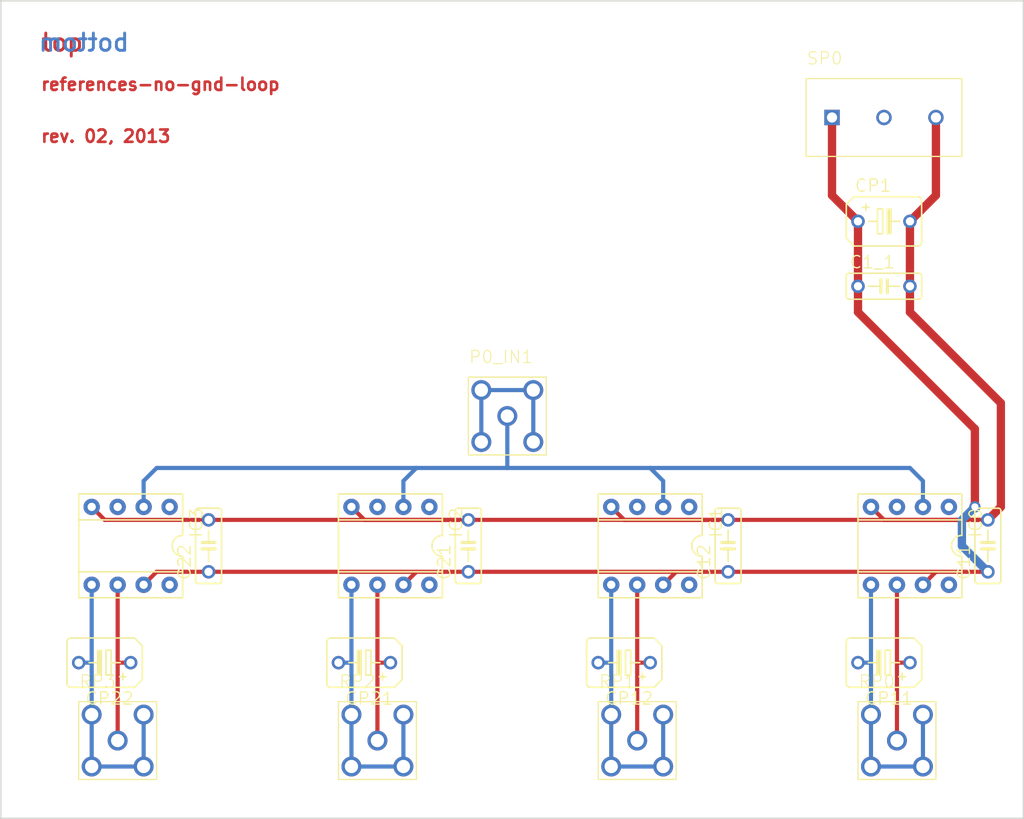
<source format=kicad_pcb>
(kicad_pcb (version 20171130) (host pcbnew 6.0.0-rc1-unknown-7a10feb~66~ubuntu14.04.1)

  (general
    (thickness 1.6)
    (drawings 9)
    (tracks 91)
    (zones 0)
    (modules 20)
    (nets 22)
  )

  (page A4)
  (layers
    (0 Top signal)
    (31 Bottom signal)
    (32 B.Adhes user)
    (33 F.Adhes user)
    (34 B.Paste user)
    (35 F.Paste user)
    (36 B.SilkS user)
    (37 F.SilkS user)
    (38 B.Mask user)
    (39 F.Mask user)
    (40 Dwgs.User user)
    (41 Cmts.User user)
    (42 Eco1.User user)
    (43 Eco2.User user)
    (44 Edge.Cuts user)
    (45 Margin user)
    (46 B.CrtYd user)
    (47 F.CrtYd user)
    (48 B.Fab user)
    (49 F.Fab user)
  )

  (setup
    (last_trace_width 0.25)
    (trace_clearance 0.2)
    (zone_clearance 0.508)
    (zone_45_only no)
    (trace_min 0.2)
    (via_size 0.8)
    (via_drill 0.4)
    (via_min_size 0.4)
    (via_min_drill 0.3)
    (uvia_size 0.3)
    (uvia_drill 0.1)
    (uvias_allowed no)
    (uvia_min_size 0.2)
    (uvia_min_drill 0.1)
    (edge_width 0.05)
    (segment_width 0.2)
    (pcb_text_width 0.3)
    (pcb_text_size 1.5 1.5)
    (mod_edge_width 0.12)
    (mod_text_size 1 1)
    (mod_text_width 0.15)
    (pad_size 1.524 1.524)
    (pad_drill 0.762)
    (pad_to_mask_clearance 0.2)
    (aux_axis_origin 0 0)
    (visible_elements FFFFFF7F)
    (pcbplotparams
      (layerselection 0x010fc_ffffffff)
      (usegerberextensions false)
      (usegerberattributes false)
      (usegerberadvancedattributes false)
      (creategerberjobfile false)
      (excludeedgelayer true)
      (linewidth 0.100000)
      (plotframeref false)
      (viasonmask false)
      (mode 1)
      (useauxorigin false)
      (hpglpennumber 1)
      (hpglpenspeed 20)
      (hpglpendiameter 15.000000)
      (psnegative false)
      (psa4output false)
      (plotreference true)
      (plotvalue true)
      (plotinvisibletext false)
      (padsonsilk false)
      (subtractmaskfromsilk false)
      (outputformat 1)
      (mirror false)
      (drillshape 1)
      (scaleselection 1)
      (outputdirectory ""))
  )

  (net 0 "")
  (net 1 +15V)
  (net 2 GND)
  (net 3 -15V)
  (net 4 "Net-(SP0-PadP$2)")
  (net 5 "Net-(IC0-Pad2)")
  (net 6 /RGND0)
  (net 7 /VOUT0)
  (net 8 /RGND1)
  (net 9 /VOUT1)
  (net 10 /RGND2)
  (net 11 /VOUT2)
  (net 12 /RGND3)
  (net 13 /VOUT3)
  (net 14 "Net-(IC0-Pad8)")
  (net 15 "Net-(IC0-Pad1)")
  (net 16 "Net-(IC1-Pad8)")
  (net 17 "Net-(IC1-Pad1)")
  (net 18 "Net-(IC2-Pad8)")
  (net 19 "Net-(IC2-Pad1)")
  (net 20 "Net-(IC3-Pad8)")
  (net 21 "Net-(IC3-Pad1)")

  (net_class Default "This is the default net class."
    (clearance 0.2)
    (trace_width 0.25)
    (via_dia 0.8)
    (via_drill 0.4)
    (uvia_dia 0.3)
    (uvia_drill 0.1)
    (add_net +15V)
    (add_net -15V)
    (add_net /RGND0)
    (add_net /RGND1)
    (add_net /RGND2)
    (add_net /RGND3)
    (add_net /VOUT0)
    (add_net /VOUT1)
    (add_net /VOUT2)
    (add_net /VOUT3)
    (add_net GND)
    (add_net "Net-(IC0-Pad1)")
    (add_net "Net-(IC0-Pad2)")
    (add_net "Net-(IC0-Pad8)")
    (add_net "Net-(IC1-Pad1)")
    (add_net "Net-(IC1-Pad8)")
    (add_net "Net-(IC2-Pad1)")
    (add_net "Net-(IC2-Pad8)")
    (add_net "Net-(IC3-Pad1)")
    (add_net "Net-(IC3-Pad8)")
    (add_net "Net-(SP0-PadP$2)")
  )

  (module references-no-gnd-loop:WAGO-3 (layer Top) (tedit 0) (tstamp 5B7C957A)
    (at 184.8611 76.4236)
    (path /8B95E7F162F13113)
    (fp_text reference SP0 (at -7.62 -5.08) (layer F.SilkS)
      (effects (font (size 1.2065 1.2065) (thickness 0.1016)) (justify left bottom))
    )
    (fp_text value WAGO-3 (at -7.62 6.35) (layer F.Fab)
      (effects (font (size 1.2065 1.2065) (thickness 0.1016)) (justify left bottom))
    )
    (fp_line (start 7.62 -3.81) (end -7.62 -3.81) (layer F.SilkS) (width 0.127))
    (fp_line (start 7.62 3.81) (end 7.62 -3.81) (layer F.SilkS) (width 0.127))
    (fp_line (start -7.62 3.81) (end 7.62 3.81) (layer F.SilkS) (width 0.127))
    (fp_line (start -7.62 -3.81) (end -7.62 3.81) (layer F.SilkS) (width 0.127))
    (pad P$3 thru_hole circle (at 5.08 0 180) (size 1.508 1.508) (drill 1) (layers *.Cu *.Mask)
      (net 3 -15V) (solder_mask_margin 0.1016))
    (pad P$1 thru_hole rect (at -5.08 0 180) (size 1.508 1.508) (drill 1) (layers *.Cu *.Mask)
      (net 1 +15V) (solder_mask_margin 0.1016))
    (pad P$2 thru_hole circle (at 0 0 180) (size 1.508 1.508) (drill 1) (layers *.Cu *.Mask)
      (net 4 "Net-(SP0-PadP$2)") (solder_mask_margin 0.1016))
  )

  (module references-no-gnd-loop:B-30 (layer Top) (tedit 0) (tstamp 5B7C9584)
    (at 148.0311 105.6336)
    (path /C8EC200DA6BFF619)
    (fp_text reference P0_IN1 (at -3.81 -5.08) (layer F.SilkS)
      (effects (font (size 1.2065 1.2065) (thickness 0.1016)) (justify left bottom))
    )
    (fp_text value SMB-50OHM (at -3.81 6.35) (layer F.Fab)
      (effects (font (size 1.2065 1.2065) (thickness 0.1016)) (justify left bottom))
    )
    (fp_line (start -3.81 3.81) (end -3.81 -3.81) (layer F.SilkS) (width 0.127))
    (fp_line (start 3.81 3.81) (end -3.81 3.81) (layer F.SilkS) (width 0.127))
    (fp_line (start 3.81 -3.81) (end 3.81 3.81) (layer F.SilkS) (width 0.127))
    (fp_line (start -3.81 -3.81) (end 3.81 -3.81) (layer F.SilkS) (width 0.127))
    (pad P$5 thru_hole circle (at 2.54 -2.54) (size 1.95 1.95) (drill 1.3) (layers *.Cu *.Mask)
      (net 2 GND) (solder_mask_margin 0.1016))
    (pad P$4 thru_hole circle (at 2.54 2.54) (size 1.95 1.95) (drill 1.3) (layers *.Cu *.Mask)
      (net 2 GND) (solder_mask_margin 0.1016))
    (pad P$3 thru_hole circle (at -2.54 2.54) (size 1.95 1.95) (drill 1.3) (layers *.Cu *.Mask)
      (net 2 GND) (solder_mask_margin 0.1016))
    (pad P$2 thru_hole circle (at -2.54 -2.54) (size 1.95 1.95) (drill 1.3) (layers *.Cu *.Mask)
      (net 2 GND) (solder_mask_margin 0.1016))
    (pad P$1 thru_hole circle (at 0 0) (size 1.95 1.95) (drill 1.3) (layers *.Cu *.Mask)
      (net 5 "Net-(IC0-Pad2)") (solder_mask_margin 0.1016))
  )

  (module references-no-gnd-loop:B-30 (layer Top) (tedit 0) (tstamp 5B7C9590)
    (at 186.1311 137.3836)
    (path /5401BC33185282E2)
    (fp_text reference RP0 (at -3.81 -5.08) (layer F.SilkS)
      (effects (font (size 1.2065 1.2065) (thickness 0.1016)) (justify left bottom))
    )
    (fp_text value SMB-50OHM (at -3.81 6.35) (layer F.Fab)
      (effects (font (size 1.2065 1.2065) (thickness 0.1016)) (justify left bottom))
    )
    (fp_line (start -3.81 3.81) (end -3.81 -3.81) (layer F.SilkS) (width 0.127))
    (fp_line (start 3.81 3.81) (end -3.81 3.81) (layer F.SilkS) (width 0.127))
    (fp_line (start 3.81 -3.81) (end 3.81 3.81) (layer F.SilkS) (width 0.127))
    (fp_line (start -3.81 -3.81) (end 3.81 -3.81) (layer F.SilkS) (width 0.127))
    (pad P$5 thru_hole circle (at 2.54 -2.54) (size 1.95 1.95) (drill 1.3) (layers *.Cu *.Mask)
      (net 6 /RGND0) (solder_mask_margin 0.1016))
    (pad P$4 thru_hole circle (at 2.54 2.54) (size 1.95 1.95) (drill 1.3) (layers *.Cu *.Mask)
      (net 6 /RGND0) (solder_mask_margin 0.1016))
    (pad P$3 thru_hole circle (at -2.54 2.54) (size 1.95 1.95) (drill 1.3) (layers *.Cu *.Mask)
      (net 6 /RGND0) (solder_mask_margin 0.1016))
    (pad P$2 thru_hole circle (at -2.54 -2.54) (size 1.95 1.95) (drill 1.3) (layers *.Cu *.Mask)
      (net 6 /RGND0) (solder_mask_margin 0.1016))
    (pad P$1 thru_hole circle (at 0 0) (size 1.95 1.95) (drill 1.3) (layers *.Cu *.Mask)
      (net 7 /VOUT0) (solder_mask_margin 0.1016))
  )

  (module references-no-gnd-loop:B-30 (layer Top) (tedit 0) (tstamp 5B7C959C)
    (at 160.7311 137.3836)
    (path /94C1C26F089DE1E)
    (fp_text reference RP1 (at -3.81 -5.08) (layer F.SilkS)
      (effects (font (size 1.2065 1.2065) (thickness 0.1016)) (justify left bottom))
    )
    (fp_text value SMB-50OHM (at -3.81 6.35) (layer F.Fab)
      (effects (font (size 1.2065 1.2065) (thickness 0.1016)) (justify left bottom))
    )
    (fp_line (start -3.81 3.81) (end -3.81 -3.81) (layer F.SilkS) (width 0.127))
    (fp_line (start 3.81 3.81) (end -3.81 3.81) (layer F.SilkS) (width 0.127))
    (fp_line (start 3.81 -3.81) (end 3.81 3.81) (layer F.SilkS) (width 0.127))
    (fp_line (start -3.81 -3.81) (end 3.81 -3.81) (layer F.SilkS) (width 0.127))
    (pad P$5 thru_hole circle (at 2.54 -2.54) (size 1.95 1.95) (drill 1.3) (layers *.Cu *.Mask)
      (net 8 /RGND1) (solder_mask_margin 0.1016))
    (pad P$4 thru_hole circle (at 2.54 2.54) (size 1.95 1.95) (drill 1.3) (layers *.Cu *.Mask)
      (net 8 /RGND1) (solder_mask_margin 0.1016))
    (pad P$3 thru_hole circle (at -2.54 2.54) (size 1.95 1.95) (drill 1.3) (layers *.Cu *.Mask)
      (net 8 /RGND1) (solder_mask_margin 0.1016))
    (pad P$2 thru_hole circle (at -2.54 -2.54) (size 1.95 1.95) (drill 1.3) (layers *.Cu *.Mask)
      (net 8 /RGND1) (solder_mask_margin 0.1016))
    (pad P$1 thru_hole circle (at 0 0) (size 1.95 1.95) (drill 1.3) (layers *.Cu *.Mask)
      (net 9 /VOUT1) (solder_mask_margin 0.1016))
  )

  (module references-no-gnd-loop:B-30 (layer Top) (tedit 0) (tstamp 5B7C95A8)
    (at 135.3311 137.3836)
    (path /D7DAC0F6FE72ECB7)
    (fp_text reference RP2 (at -3.81 -5.08) (layer F.SilkS)
      (effects (font (size 1.2065 1.2065) (thickness 0.1016)) (justify left bottom))
    )
    (fp_text value SMB-50OHM (at -3.81 6.35) (layer F.Fab)
      (effects (font (size 1.2065 1.2065) (thickness 0.1016)) (justify left bottom))
    )
    (fp_line (start -3.81 3.81) (end -3.81 -3.81) (layer F.SilkS) (width 0.127))
    (fp_line (start 3.81 3.81) (end -3.81 3.81) (layer F.SilkS) (width 0.127))
    (fp_line (start 3.81 -3.81) (end 3.81 3.81) (layer F.SilkS) (width 0.127))
    (fp_line (start -3.81 -3.81) (end 3.81 -3.81) (layer F.SilkS) (width 0.127))
    (pad P$5 thru_hole circle (at 2.54 -2.54) (size 1.95 1.95) (drill 1.3) (layers *.Cu *.Mask)
      (net 10 /RGND2) (solder_mask_margin 0.1016))
    (pad P$4 thru_hole circle (at 2.54 2.54) (size 1.95 1.95) (drill 1.3) (layers *.Cu *.Mask)
      (net 10 /RGND2) (solder_mask_margin 0.1016))
    (pad P$3 thru_hole circle (at -2.54 2.54) (size 1.95 1.95) (drill 1.3) (layers *.Cu *.Mask)
      (net 10 /RGND2) (solder_mask_margin 0.1016))
    (pad P$2 thru_hole circle (at -2.54 -2.54) (size 1.95 1.95) (drill 1.3) (layers *.Cu *.Mask)
      (net 10 /RGND2) (solder_mask_margin 0.1016))
    (pad P$1 thru_hole circle (at 0 0) (size 1.95 1.95) (drill 1.3) (layers *.Cu *.Mask)
      (net 11 /VOUT2) (solder_mask_margin 0.1016))
  )

  (module references-no-gnd-loop:B-30 (layer Top) (tedit 0) (tstamp 5B7C95B4)
    (at 109.9311 137.3836)
    (path /300BC0A7A4A0BFB9)
    (fp_text reference RP3 (at -3.81 -5.08) (layer F.SilkS)
      (effects (font (size 1.2065 1.2065) (thickness 0.1016)) (justify left bottom))
    )
    (fp_text value SMB-50OHM (at -3.81 6.35) (layer F.Fab)
      (effects (font (size 1.2065 1.2065) (thickness 0.1016)) (justify left bottom))
    )
    (fp_line (start -3.81 3.81) (end -3.81 -3.81) (layer F.SilkS) (width 0.127))
    (fp_line (start 3.81 3.81) (end -3.81 3.81) (layer F.SilkS) (width 0.127))
    (fp_line (start 3.81 -3.81) (end 3.81 3.81) (layer F.SilkS) (width 0.127))
    (fp_line (start -3.81 -3.81) (end 3.81 -3.81) (layer F.SilkS) (width 0.127))
    (pad P$5 thru_hole circle (at 2.54 -2.54) (size 1.95 1.95) (drill 1.3) (layers *.Cu *.Mask)
      (net 12 /RGND3) (solder_mask_margin 0.1016))
    (pad P$4 thru_hole circle (at 2.54 2.54) (size 1.95 1.95) (drill 1.3) (layers *.Cu *.Mask)
      (net 12 /RGND3) (solder_mask_margin 0.1016))
    (pad P$3 thru_hole circle (at -2.54 2.54) (size 1.95 1.95) (drill 1.3) (layers *.Cu *.Mask)
      (net 12 /RGND3) (solder_mask_margin 0.1016))
    (pad P$2 thru_hole circle (at -2.54 -2.54) (size 1.95 1.95) (drill 1.3) (layers *.Cu *.Mask)
      (net 12 /RGND3) (solder_mask_margin 0.1016))
    (pad P$1 thru_hole circle (at 0 0) (size 1.95 1.95) (drill 1.3) (layers *.Cu *.Mask)
      (net 13 /VOUT3) (solder_mask_margin 0.1016))
  )

  (module references-no-gnd-loop:B45181B (layer Top) (tedit 0) (tstamp 5B7C95C0)
    (at 184.8611 86.5836)
    (descr "<b>ELECTROLYTIC CAPACITOR</b><p>\nbody 7.6 x 5 mm, rectangle, grid 5.08 mm")
    (path /628E0C645BBBACCB)
    (fp_text reference CP1 (at -2.921 -2.794) (layer F.SilkS)
      (effects (font (size 1.2065 1.2065) (thickness 0.127)) (justify left bottom))
    )
    (fp_text value 10uF (at 4.191 1.651) (layer F.Fab)
      (effects (font (size 1.2065 1.2065) (thickness 0.127)) (justify left bottom))
    )
    (fp_poly (pts (xy 0.254 1.27) (xy 0.762 1.27) (xy 0.762 -1.27) (xy 0.254 -1.27)) (layer F.SilkS) (width 0))
    (fp_arc (start 3.302 2.032) (end 3.302 2.413) (angle -90) (layer F.SilkS) (width 0.1524))
    (fp_arc (start 3.302 -2.032) (end 3.302 -2.413) (angle 90) (layer F.SilkS) (width 0.1524))
    (fp_line (start -3.683 -1.651) (end -3.683 1.651) (layer F.SilkS) (width 0.1524))
    (fp_line (start -2.921 2.413) (end -3.683 1.651) (layer F.SilkS) (width 0.1524))
    (fp_line (start 0.635 0) (end 1.524 0) (layer F.SilkS) (width 0.1524))
    (fp_line (start -0.635 -1.2192) (end -0.635 0) (layer F.SilkS) (width 0.1524))
    (fp_line (start -0.127 -1.2192) (end -0.635 -1.2192) (layer F.SilkS) (width 0.1524))
    (fp_line (start -0.127 1.2192) (end -0.127 -1.2192) (layer F.SilkS) (width 0.1524))
    (fp_line (start -0.635 1.2192) (end -0.127 1.2192) (layer F.SilkS) (width 0.1524))
    (fp_line (start -0.635 0) (end -0.635 1.2192) (layer F.SilkS) (width 0.1524))
    (fp_line (start -1.524 0) (end -0.635 0) (layer F.SilkS) (width 0.1524))
    (fp_line (start -1.4478 -1.3716) (end -2.1082 -1.3716) (layer F.SilkS) (width 0.1524))
    (fp_line (start -1.778 -1.6764) (end -1.778 -1.0414) (layer F.SilkS) (width 0.1524))
    (fp_line (start -3.683 -1.651) (end -2.921 -2.413) (layer F.SilkS) (width 0.1524))
    (fp_line (start -2.921 2.413) (end 3.302 2.413) (layer F.SilkS) (width 0.1524))
    (fp_line (start 3.683 -2.032) (end 3.683 2.032) (layer F.SilkS) (width 0.1524))
    (fp_line (start 3.302 -2.413) (end -2.921 -2.413) (layer F.SilkS) (width 0.1524))
    (pad - thru_hole circle (at 2.54 0) (size 1.3208 1.3208) (drill 0.8128) (layers *.Cu *.Mask)
      (net 3 -15V) (solder_mask_margin 0.1016))
    (pad + thru_hole circle (at -2.54 0) (size 1.3208 1.3208) (drill 0.8128) (layers *.Cu *.Mask)
      (net 1 +15V) (solder_mask_margin 0.1016))
  )

  (module references-no-gnd-loop:B45181B (layer Top) (tedit 0) (tstamp 5B7C95D7)
    (at 184.8611 129.7636 180)
    (descr "<b>ELECTROLYTIC CAPACITOR</b><p>\nbody 7.6 x 5 mm, rectangle, grid 5.08 mm")
    (path /4B111BFDE479D191)
    (fp_text reference CP11 (at -2.921 -2.794 180) (layer F.SilkS)
      (effects (font (size 1.2065 1.2065) (thickness 0.127)) (justify right top))
    )
    (fp_text value 2.2uF (at 4.191 1.651 180) (layer F.Fab)
      (effects (font (size 1.2065 1.2065) (thickness 0.127)) (justify right top))
    )
    (fp_poly (pts (xy 0.254 1.27) (xy 0.762 1.27) (xy 0.762 -1.27) (xy 0.254 -1.27)) (layer F.SilkS) (width 0))
    (fp_arc (start 3.302 2.032) (end 3.302 2.413) (angle -90) (layer F.SilkS) (width 0.1524))
    (fp_arc (start 3.302 -2.032) (end 3.302 -2.413) (angle 90) (layer F.SilkS) (width 0.1524))
    (fp_line (start -3.683 -1.651) (end -3.683 1.651) (layer F.SilkS) (width 0.1524))
    (fp_line (start -2.921 2.413) (end -3.683 1.651) (layer F.SilkS) (width 0.1524))
    (fp_line (start 0.635 0) (end 1.524 0) (layer F.SilkS) (width 0.1524))
    (fp_line (start -0.635 -1.2192) (end -0.635 0) (layer F.SilkS) (width 0.1524))
    (fp_line (start -0.127 -1.2192) (end -0.635 -1.2192) (layer F.SilkS) (width 0.1524))
    (fp_line (start -0.127 1.2192) (end -0.127 -1.2192) (layer F.SilkS) (width 0.1524))
    (fp_line (start -0.635 1.2192) (end -0.127 1.2192) (layer F.SilkS) (width 0.1524))
    (fp_line (start -0.635 0) (end -0.635 1.2192) (layer F.SilkS) (width 0.1524))
    (fp_line (start -1.524 0) (end -0.635 0) (layer F.SilkS) (width 0.1524))
    (fp_line (start -1.4478 -1.3716) (end -2.1082 -1.3716) (layer F.SilkS) (width 0.1524))
    (fp_line (start -1.778 -1.6764) (end -1.778 -1.0414) (layer F.SilkS) (width 0.1524))
    (fp_line (start -3.683 -1.651) (end -2.921 -2.413) (layer F.SilkS) (width 0.1524))
    (fp_line (start -2.921 2.413) (end 3.302 2.413) (layer F.SilkS) (width 0.1524))
    (fp_line (start 3.683 -2.032) (end 3.683 2.032) (layer F.SilkS) (width 0.1524))
    (fp_line (start 3.302 -2.413) (end -2.921 -2.413) (layer F.SilkS) (width 0.1524))
    (pad - thru_hole circle (at 2.54 0 180) (size 1.3208 1.3208) (drill 0.8128) (layers *.Cu *.Mask)
      (net 6 /RGND0) (solder_mask_margin 0.1016))
    (pad + thru_hole circle (at -2.54 0 180) (size 1.3208 1.3208) (drill 0.8128) (layers *.Cu *.Mask)
      (net 7 /VOUT0) (solder_mask_margin 0.1016))
  )

  (module references-no-gnd-loop:C050-025X075 (layer Top) (tedit 0) (tstamp 5B7C95EE)
    (at 184.8611 92.9336)
    (descr "<b>CAPACITOR</b><p>\ngrid 5 mm, outline 2.5 x 7.5 mm")
    (path /4073926D4626B8E)
    (fp_text reference C1_1 (at -3.429 -1.651) (layer F.SilkS)
      (effects (font (size 1.2065 1.2065) (thickness 0.127)) (justify left bottom))
    )
    (fp_text value 100nF (at -3.429 2.794) (layer F.Fab)
      (effects (font (size 1.2065 1.2065) (thickness 0.127)) (justify left bottom))
    )
    (fp_arc (start -3.429 -1.016) (end -3.683 -1.016) (angle 90) (layer F.SilkS) (width 0.1524))
    (fp_arc (start -3.429 1.016) (end -3.683 1.016) (angle -90) (layer F.SilkS) (width 0.1524))
    (fp_arc (start 3.429 1.016) (end 3.429 1.27) (angle -90) (layer F.SilkS) (width 0.1524))
    (fp_arc (start 3.429 -1.016) (end 3.429 -1.27) (angle 90) (layer F.SilkS) (width 0.1524))
    (fp_line (start 3.429 -1.27) (end -3.429 -1.27) (layer F.SilkS) (width 0.1524))
    (fp_line (start 3.683 1.016) (end 3.683 -1.016) (layer F.SilkS) (width 0.1524))
    (fp_line (start -3.429 1.27) (end 3.429 1.27) (layer F.SilkS) (width 0.1524))
    (fp_line (start -3.683 -1.016) (end -3.683 1.016) (layer F.SilkS) (width 0.1524))
    (fp_line (start 0.3302 0) (end 1.524 0) (layer F.SilkS) (width 0.1524))
    (fp_line (start 0.3302 0) (end 0.3302 0.635) (layer F.SilkS) (width 0.3048))
    (fp_line (start 0.3302 -0.635) (end 0.3302 0) (layer F.SilkS) (width 0.3048))
    (fp_line (start -0.3048 0) (end -1.524 0) (layer F.SilkS) (width 0.1524))
    (fp_line (start -0.3048 0) (end -0.3048 0.635) (layer F.SilkS) (width 0.3048))
    (fp_line (start -0.3048 -0.635) (end -0.3048 0) (layer F.SilkS) (width 0.3048))
    (pad 2 thru_hole circle (at 2.54 0) (size 1.3208 1.3208) (drill 0.8128) (layers *.Cu *.Mask)
      (net 3 -15V) (solder_mask_margin 0.1016))
    (pad 1 thru_hole circle (at -2.54 0) (size 1.3208 1.3208) (drill 0.8128) (layers *.Cu *.Mask)
      (net 1 +15V) (solder_mask_margin 0.1016))
  )

  (module references-no-gnd-loop:C050-025X075 (layer Top) (tedit 0) (tstamp 5B7C9601)
    (at 195.0211 118.3336 90)
    (descr "<b>CAPACITOR</b><p>\ngrid 5 mm, outline 2.5 x 7.5 mm")
    (path /7CF953C646744172)
    (fp_text reference C11 (at -3.429 -1.651 90) (layer F.SilkS)
      (effects (font (size 1.2065 1.2065) (thickness 0.127)) (justify left bottom))
    )
    (fp_text value 100nF (at -3.429 2.794 90) (layer F.Fab)
      (effects (font (size 1.2065 1.2065) (thickness 0.127)) (justify left bottom))
    )
    (fp_arc (start -3.429 -1.016) (end -3.683 -1.016) (angle 90) (layer F.SilkS) (width 0.1524))
    (fp_arc (start -3.429 1.016) (end -3.683 1.016) (angle -90) (layer F.SilkS) (width 0.1524))
    (fp_arc (start 3.429 1.016) (end 3.429 1.27) (angle -90) (layer F.SilkS) (width 0.1524))
    (fp_arc (start 3.429 -1.016) (end 3.429 -1.27) (angle 90) (layer F.SilkS) (width 0.1524))
    (fp_line (start 3.429 -1.27) (end -3.429 -1.27) (layer F.SilkS) (width 0.1524))
    (fp_line (start 3.683 1.016) (end 3.683 -1.016) (layer F.SilkS) (width 0.1524))
    (fp_line (start -3.429 1.27) (end 3.429 1.27) (layer F.SilkS) (width 0.1524))
    (fp_line (start -3.683 -1.016) (end -3.683 1.016) (layer F.SilkS) (width 0.1524))
    (fp_line (start 0.3302 0) (end 1.524 0) (layer F.SilkS) (width 0.1524))
    (fp_line (start 0.3302 0) (end 0.3302 0.635) (layer F.SilkS) (width 0.3048))
    (fp_line (start 0.3302 -0.635) (end 0.3302 0) (layer F.SilkS) (width 0.3048))
    (fp_line (start -0.3048 0) (end -1.524 0) (layer F.SilkS) (width 0.1524))
    (fp_line (start -0.3048 0) (end -0.3048 0.635) (layer F.SilkS) (width 0.3048))
    (fp_line (start -0.3048 -0.635) (end -0.3048 0) (layer F.SilkS) (width 0.3048))
    (pad 2 thru_hole circle (at 2.54 0 90) (size 1.3208 1.3208) (drill 0.8128) (layers *.Cu *.Mask)
      (net 3 -15V) (solder_mask_margin 0.1016))
    (pad 1 thru_hole circle (at -2.54 0 90) (size 1.3208 1.3208) (drill 0.8128) (layers *.Cu *.Mask)
      (net 1 +15V) (solder_mask_margin 0.1016))
  )

  (module references-no-gnd-loop:C050-025X075 (layer Top) (tedit 0) (tstamp 5B7C9614)
    (at 144.2211 118.3336 90)
    (descr "<b>CAPACITOR</b><p>\ngrid 5 mm, outline 2.5 x 7.5 mm")
    (path /BCE1B0F116E29A2C)
    (fp_text reference C21 (at -3.429 -1.651 90) (layer F.SilkS)
      (effects (font (size 1.2065 1.2065) (thickness 0.127)) (justify left bottom))
    )
    (fp_text value 100nF (at -3.429 2.794 90) (layer F.Fab)
      (effects (font (size 1.2065 1.2065) (thickness 0.127)) (justify left bottom))
    )
    (fp_arc (start -3.429 -1.016) (end -3.683 -1.016) (angle 90) (layer F.SilkS) (width 0.1524))
    (fp_arc (start -3.429 1.016) (end -3.683 1.016) (angle -90) (layer F.SilkS) (width 0.1524))
    (fp_arc (start 3.429 1.016) (end 3.429 1.27) (angle -90) (layer F.SilkS) (width 0.1524))
    (fp_arc (start 3.429 -1.016) (end 3.429 -1.27) (angle 90) (layer F.SilkS) (width 0.1524))
    (fp_line (start 3.429 -1.27) (end -3.429 -1.27) (layer F.SilkS) (width 0.1524))
    (fp_line (start 3.683 1.016) (end 3.683 -1.016) (layer F.SilkS) (width 0.1524))
    (fp_line (start -3.429 1.27) (end 3.429 1.27) (layer F.SilkS) (width 0.1524))
    (fp_line (start -3.683 -1.016) (end -3.683 1.016) (layer F.SilkS) (width 0.1524))
    (fp_line (start 0.3302 0) (end 1.524 0) (layer F.SilkS) (width 0.1524))
    (fp_line (start 0.3302 0) (end 0.3302 0.635) (layer F.SilkS) (width 0.3048))
    (fp_line (start 0.3302 -0.635) (end 0.3302 0) (layer F.SilkS) (width 0.3048))
    (fp_line (start -0.3048 0) (end -1.524 0) (layer F.SilkS) (width 0.1524))
    (fp_line (start -0.3048 0) (end -0.3048 0.635) (layer F.SilkS) (width 0.3048))
    (fp_line (start -0.3048 -0.635) (end -0.3048 0) (layer F.SilkS) (width 0.3048))
    (pad 2 thru_hole circle (at 2.54 0 90) (size 1.3208 1.3208) (drill 0.8128) (layers *.Cu *.Mask)
      (net 3 -15V) (solder_mask_margin 0.1016))
    (pad 1 thru_hole circle (at -2.54 0 90) (size 1.3208 1.3208) (drill 0.8128) (layers *.Cu *.Mask)
      (net 1 +15V) (solder_mask_margin 0.1016))
  )

  (module references-no-gnd-loop:B45181B (layer Top) (tedit 0) (tstamp 5B7C9627)
    (at 159.4611 129.7636 180)
    (descr "<b>ELECTROLYTIC CAPACITOR</b><p>\nbody 7.6 x 5 mm, rectangle, grid 5.08 mm")
    (path /6600A97A13210B4F)
    (fp_text reference CP12 (at -2.921 -2.794 180) (layer F.SilkS)
      (effects (font (size 1.2065 1.2065) (thickness 0.127)) (justify right top))
    )
    (fp_text value 2.2uF (at 4.191 1.651 180) (layer F.Fab)
      (effects (font (size 1.2065 1.2065) (thickness 0.127)) (justify right top))
    )
    (fp_poly (pts (xy 0.254 1.27) (xy 0.762 1.27) (xy 0.762 -1.27) (xy 0.254 -1.27)) (layer F.SilkS) (width 0))
    (fp_arc (start 3.302 2.032) (end 3.302 2.413) (angle -90) (layer F.SilkS) (width 0.1524))
    (fp_arc (start 3.302 -2.032) (end 3.302 -2.413) (angle 90) (layer F.SilkS) (width 0.1524))
    (fp_line (start -3.683 -1.651) (end -3.683 1.651) (layer F.SilkS) (width 0.1524))
    (fp_line (start -2.921 2.413) (end -3.683 1.651) (layer F.SilkS) (width 0.1524))
    (fp_line (start 0.635 0) (end 1.524 0) (layer F.SilkS) (width 0.1524))
    (fp_line (start -0.635 -1.2192) (end -0.635 0) (layer F.SilkS) (width 0.1524))
    (fp_line (start -0.127 -1.2192) (end -0.635 -1.2192) (layer F.SilkS) (width 0.1524))
    (fp_line (start -0.127 1.2192) (end -0.127 -1.2192) (layer F.SilkS) (width 0.1524))
    (fp_line (start -0.635 1.2192) (end -0.127 1.2192) (layer F.SilkS) (width 0.1524))
    (fp_line (start -0.635 0) (end -0.635 1.2192) (layer F.SilkS) (width 0.1524))
    (fp_line (start -1.524 0) (end -0.635 0) (layer F.SilkS) (width 0.1524))
    (fp_line (start -1.4478 -1.3716) (end -2.1082 -1.3716) (layer F.SilkS) (width 0.1524))
    (fp_line (start -1.778 -1.6764) (end -1.778 -1.0414) (layer F.SilkS) (width 0.1524))
    (fp_line (start -3.683 -1.651) (end -2.921 -2.413) (layer F.SilkS) (width 0.1524))
    (fp_line (start -2.921 2.413) (end 3.302 2.413) (layer F.SilkS) (width 0.1524))
    (fp_line (start 3.683 -2.032) (end 3.683 2.032) (layer F.SilkS) (width 0.1524))
    (fp_line (start 3.302 -2.413) (end -2.921 -2.413) (layer F.SilkS) (width 0.1524))
    (pad - thru_hole circle (at 2.54 0 180) (size 1.3208 1.3208) (drill 0.8128) (layers *.Cu *.Mask)
      (net 8 /RGND1) (solder_mask_margin 0.1016))
    (pad + thru_hole circle (at -2.54 0 180) (size 1.3208 1.3208) (drill 0.8128) (layers *.Cu *.Mask)
      (net 9 /VOUT1) (solder_mask_margin 0.1016))
  )

  (module references-no-gnd-loop:B45181B (layer Top) (tedit 0) (tstamp 5B7C963E)
    (at 134.0611 129.7636 180)
    (descr "<b>ELECTROLYTIC CAPACITOR</b><p>\nbody 7.6 x 5 mm, rectangle, grid 5.08 mm")
    (path /2BB4B3DB22708DE8)
    (fp_text reference CP21 (at -2.921 -2.794 180) (layer F.SilkS)
      (effects (font (size 1.2065 1.2065) (thickness 0.127)) (justify right top))
    )
    (fp_text value 2.2uF (at 4.191 1.651 180) (layer F.Fab)
      (effects (font (size 1.2065 1.2065) (thickness 0.127)) (justify right top))
    )
    (fp_poly (pts (xy 0.254 1.27) (xy 0.762 1.27) (xy 0.762 -1.27) (xy 0.254 -1.27)) (layer F.SilkS) (width 0))
    (fp_arc (start 3.302 2.032) (end 3.302 2.413) (angle -90) (layer F.SilkS) (width 0.1524))
    (fp_arc (start 3.302 -2.032) (end 3.302 -2.413) (angle 90) (layer F.SilkS) (width 0.1524))
    (fp_line (start -3.683 -1.651) (end -3.683 1.651) (layer F.SilkS) (width 0.1524))
    (fp_line (start -2.921 2.413) (end -3.683 1.651) (layer F.SilkS) (width 0.1524))
    (fp_line (start 0.635 0) (end 1.524 0) (layer F.SilkS) (width 0.1524))
    (fp_line (start -0.635 -1.2192) (end -0.635 0) (layer F.SilkS) (width 0.1524))
    (fp_line (start -0.127 -1.2192) (end -0.635 -1.2192) (layer F.SilkS) (width 0.1524))
    (fp_line (start -0.127 1.2192) (end -0.127 -1.2192) (layer F.SilkS) (width 0.1524))
    (fp_line (start -0.635 1.2192) (end -0.127 1.2192) (layer F.SilkS) (width 0.1524))
    (fp_line (start -0.635 0) (end -0.635 1.2192) (layer F.SilkS) (width 0.1524))
    (fp_line (start -1.524 0) (end -0.635 0) (layer F.SilkS) (width 0.1524))
    (fp_line (start -1.4478 -1.3716) (end -2.1082 -1.3716) (layer F.SilkS) (width 0.1524))
    (fp_line (start -1.778 -1.6764) (end -1.778 -1.0414) (layer F.SilkS) (width 0.1524))
    (fp_line (start -3.683 -1.651) (end -2.921 -2.413) (layer F.SilkS) (width 0.1524))
    (fp_line (start -2.921 2.413) (end 3.302 2.413) (layer F.SilkS) (width 0.1524))
    (fp_line (start 3.683 -2.032) (end 3.683 2.032) (layer F.SilkS) (width 0.1524))
    (fp_line (start 3.302 -2.413) (end -2.921 -2.413) (layer F.SilkS) (width 0.1524))
    (pad - thru_hole circle (at 2.54 0 180) (size 1.3208 1.3208) (drill 0.8128) (layers *.Cu *.Mask)
      (net 10 /RGND2) (solder_mask_margin 0.1016))
    (pad + thru_hole circle (at -2.54 0 180) (size 1.3208 1.3208) (drill 0.8128) (layers *.Cu *.Mask)
      (net 11 /VOUT2) (solder_mask_margin 0.1016))
  )

  (module references-no-gnd-loop:B45181B (layer Top) (tedit 0) (tstamp 5B7C9655)
    (at 108.6611 129.7636 180)
    (descr "<b>ELECTROLYTIC CAPACITOR</b><p>\nbody 7.6 x 5 mm, rectangle, grid 5.08 mm")
    (path /B500EE3003FF3C0)
    (fp_text reference CP22 (at -2.921 -2.794 180) (layer F.SilkS)
      (effects (font (size 1.2065 1.2065) (thickness 0.127)) (justify right top))
    )
    (fp_text value 2.2uF (at 4.191 1.651 180) (layer F.Fab)
      (effects (font (size 1.2065 1.2065) (thickness 0.127)) (justify right top))
    )
    (fp_poly (pts (xy 0.254 1.27) (xy 0.762 1.27) (xy 0.762 -1.27) (xy 0.254 -1.27)) (layer F.SilkS) (width 0))
    (fp_arc (start 3.302 2.032) (end 3.302 2.413) (angle -90) (layer F.SilkS) (width 0.1524))
    (fp_arc (start 3.302 -2.032) (end 3.302 -2.413) (angle 90) (layer F.SilkS) (width 0.1524))
    (fp_line (start -3.683 -1.651) (end -3.683 1.651) (layer F.SilkS) (width 0.1524))
    (fp_line (start -2.921 2.413) (end -3.683 1.651) (layer F.SilkS) (width 0.1524))
    (fp_line (start 0.635 0) (end 1.524 0) (layer F.SilkS) (width 0.1524))
    (fp_line (start -0.635 -1.2192) (end -0.635 0) (layer F.SilkS) (width 0.1524))
    (fp_line (start -0.127 -1.2192) (end -0.635 -1.2192) (layer F.SilkS) (width 0.1524))
    (fp_line (start -0.127 1.2192) (end -0.127 -1.2192) (layer F.SilkS) (width 0.1524))
    (fp_line (start -0.635 1.2192) (end -0.127 1.2192) (layer F.SilkS) (width 0.1524))
    (fp_line (start -0.635 0) (end -0.635 1.2192) (layer F.SilkS) (width 0.1524))
    (fp_line (start -1.524 0) (end -0.635 0) (layer F.SilkS) (width 0.1524))
    (fp_line (start -1.4478 -1.3716) (end -2.1082 -1.3716) (layer F.SilkS) (width 0.1524))
    (fp_line (start -1.778 -1.6764) (end -1.778 -1.0414) (layer F.SilkS) (width 0.1524))
    (fp_line (start -3.683 -1.651) (end -2.921 -2.413) (layer F.SilkS) (width 0.1524))
    (fp_line (start -2.921 2.413) (end 3.302 2.413) (layer F.SilkS) (width 0.1524))
    (fp_line (start 3.683 -2.032) (end 3.683 2.032) (layer F.SilkS) (width 0.1524))
    (fp_line (start 3.302 -2.413) (end -2.921 -2.413) (layer F.SilkS) (width 0.1524))
    (pad - thru_hole circle (at 2.54 0 180) (size 1.3208 1.3208) (drill 0.8128) (layers *.Cu *.Mask)
      (net 12 /RGND3) (solder_mask_margin 0.1016))
    (pad + thru_hole circle (at -2.54 0 180) (size 1.3208 1.3208) (drill 0.8128) (layers *.Cu *.Mask)
      (net 13 /VOUT3) (solder_mask_margin 0.1016))
  )

  (module references-no-gnd-loop:DIL08 (layer Top) (tedit 0) (tstamp 5B7C966C)
    (at 187.4011 118.3336 180)
    (descr "<b>Dual In Line</b>")
    (path /82E6F4E43AA2715)
    (fp_text reference IC0 (at -5.715 3.81 270) (layer F.SilkS)
      (effects (font (size 1.2065 1.2065) (thickness 0.127)) (justify right top))
    )
    (fp_text value INA118P (at -3.175 0.635 180) (layer F.Fab)
      (effects (font (size 1.2065 1.2065) (thickness 0.127)) (justify right top))
    )
    (fp_line (start 5.08 2.54) (end 5.08 5.08) (layer F.SilkS) (width 0.1524))
    (fp_line (start -5.08 2.54) (end -5.08 1.016) (layer F.SilkS) (width 0.1524))
    (fp_line (start -5.08 2.54) (end 5.08 2.54) (layer F.SilkS) (width 0.1524))
    (fp_line (start 5.08 -2.54) (end 5.08 2.54) (layer F.SilkS) (width 0.1524))
    (fp_line (start -5.08 -2.54) (end -5.08 -1.016) (layer F.SilkS) (width 0.1524))
    (fp_line (start -5.08 -2.54) (end 5.08 -2.54) (layer F.SilkS) (width 0.1524))
    (fp_arc (start -5.08 0) (end -5.08 -1.016) (angle 180) (layer F.SilkS) (width 0.1524))
    (fp_line (start -5.08 5.08) (end -5.08 2.54) (layer F.SilkS) (width 0.1524))
    (fp_line (start -5.08 -5.08) (end -5.08 -2.54) (layer F.SilkS) (width 0.1524))
    (fp_line (start 5.08 -5.08) (end 5.08 -2.54) (layer F.SilkS) (width 0.1524))
    (fp_line (start -5.08 5.08) (end 5.08 5.08) (layer F.SilkS) (width 0.1524))
    (fp_line (start 5.08 -5.08) (end -5.08 -5.08) (layer F.SilkS) (width 0.1524))
    (pad 8 thru_hole circle (at -3.81 -3.81 180) (size 1.6002 1.6002) (drill 0.8128) (layers *.Cu *.Mask)
      (net 14 "Net-(IC0-Pad8)") (solder_mask_margin 0.1016))
    (pad 7 thru_hole circle (at -1.27 -3.81 180) (size 1.6002 1.6002) (drill 0.8128) (layers *.Cu *.Mask)
      (net 1 +15V) (solder_mask_margin 0.1016))
    (pad 4 thru_hole circle (at 3.81 3.81 180) (size 1.6002 1.6002) (drill 0.8128) (layers *.Cu *.Mask)
      (net 3 -15V) (solder_mask_margin 0.1016))
    (pad 3 thru_hole circle (at 1.27 3.81 180) (size 1.6002 1.6002) (drill 0.8128) (layers *.Cu *.Mask)
      (net 2 GND) (solder_mask_margin 0.1016))
    (pad 6 thru_hole circle (at 1.27 -3.81 180) (size 1.6002 1.6002) (drill 0.8128) (layers *.Cu *.Mask)
      (net 7 /VOUT0) (solder_mask_margin 0.1016))
    (pad 5 thru_hole circle (at 3.81 -3.81 180) (size 1.6002 1.6002) (drill 0.8128) (layers *.Cu *.Mask)
      (net 6 /RGND0) (solder_mask_margin 0.1016))
    (pad 2 thru_hole circle (at -1.27 3.81 180) (size 1.6002 1.6002) (drill 0.8128) (layers *.Cu *.Mask)
      (net 5 "Net-(IC0-Pad2)") (solder_mask_margin 0.1016))
    (pad 1 thru_hole circle (at -3.81 3.81 180) (size 1.6002 1.6002) (drill 0.8128) (layers *.Cu *.Mask)
      (net 15 "Net-(IC0-Pad1)") (solder_mask_margin 0.1016))
  )

  (module references-no-gnd-loop:DIL08 (layer Top) (tedit 0) (tstamp 5B7C9683)
    (at 162.0011 118.3336 180)
    (descr "<b>Dual In Line</b>")
    (path /7C8C299E06F92037)
    (fp_text reference IC1 (at -5.715 3.81 270) (layer F.SilkS)
      (effects (font (size 1.2065 1.2065) (thickness 0.127)) (justify right top))
    )
    (fp_text value INA118P (at -3.175 0.635 180) (layer F.Fab)
      (effects (font (size 1.2065 1.2065) (thickness 0.127)) (justify right top))
    )
    (fp_line (start 5.08 2.54) (end 5.08 5.08) (layer F.SilkS) (width 0.1524))
    (fp_line (start -5.08 2.54) (end -5.08 1.016) (layer F.SilkS) (width 0.1524))
    (fp_line (start -5.08 2.54) (end 5.08 2.54) (layer F.SilkS) (width 0.1524))
    (fp_line (start 5.08 -2.54) (end 5.08 2.54) (layer F.SilkS) (width 0.1524))
    (fp_line (start -5.08 -2.54) (end -5.08 -1.016) (layer F.SilkS) (width 0.1524))
    (fp_line (start -5.08 -2.54) (end 5.08 -2.54) (layer F.SilkS) (width 0.1524))
    (fp_arc (start -5.08 0) (end -5.08 -1.016) (angle 180) (layer F.SilkS) (width 0.1524))
    (fp_line (start -5.08 5.08) (end -5.08 2.54) (layer F.SilkS) (width 0.1524))
    (fp_line (start -5.08 -5.08) (end -5.08 -2.54) (layer F.SilkS) (width 0.1524))
    (fp_line (start 5.08 -5.08) (end 5.08 -2.54) (layer F.SilkS) (width 0.1524))
    (fp_line (start -5.08 5.08) (end 5.08 5.08) (layer F.SilkS) (width 0.1524))
    (fp_line (start 5.08 -5.08) (end -5.08 -5.08) (layer F.SilkS) (width 0.1524))
    (pad 8 thru_hole circle (at -3.81 -3.81 180) (size 1.6002 1.6002) (drill 0.8128) (layers *.Cu *.Mask)
      (net 16 "Net-(IC1-Pad8)") (solder_mask_margin 0.1016))
    (pad 7 thru_hole circle (at -1.27 -3.81 180) (size 1.6002 1.6002) (drill 0.8128) (layers *.Cu *.Mask)
      (net 1 +15V) (solder_mask_margin 0.1016))
    (pad 4 thru_hole circle (at 3.81 3.81 180) (size 1.6002 1.6002) (drill 0.8128) (layers *.Cu *.Mask)
      (net 3 -15V) (solder_mask_margin 0.1016))
    (pad 3 thru_hole circle (at 1.27 3.81 180) (size 1.6002 1.6002) (drill 0.8128) (layers *.Cu *.Mask)
      (net 2 GND) (solder_mask_margin 0.1016))
    (pad 6 thru_hole circle (at 1.27 -3.81 180) (size 1.6002 1.6002) (drill 0.8128) (layers *.Cu *.Mask)
      (net 9 /VOUT1) (solder_mask_margin 0.1016))
    (pad 5 thru_hole circle (at 3.81 -3.81 180) (size 1.6002 1.6002) (drill 0.8128) (layers *.Cu *.Mask)
      (net 8 /RGND1) (solder_mask_margin 0.1016))
    (pad 2 thru_hole circle (at -1.27 3.81 180) (size 1.6002 1.6002) (drill 0.8128) (layers *.Cu *.Mask)
      (net 5 "Net-(IC0-Pad2)") (solder_mask_margin 0.1016))
    (pad 1 thru_hole circle (at -3.81 3.81 180) (size 1.6002 1.6002) (drill 0.8128) (layers *.Cu *.Mask)
      (net 17 "Net-(IC1-Pad1)") (solder_mask_margin 0.1016))
  )

  (module references-no-gnd-loop:DIL08 (layer Top) (tedit 0) (tstamp 5B7C969A)
    (at 136.6011 118.3336 180)
    (descr "<b>Dual In Line</b>")
    (path /53D52AEB541775CA)
    (fp_text reference IC2 (at -5.715 3.81 270) (layer F.SilkS)
      (effects (font (size 1.2065 1.2065) (thickness 0.127)) (justify right top))
    )
    (fp_text value INA118P (at -3.175 0.635 180) (layer F.Fab)
      (effects (font (size 1.2065 1.2065) (thickness 0.127)) (justify right top))
    )
    (fp_line (start 5.08 2.54) (end 5.08 5.08) (layer F.SilkS) (width 0.1524))
    (fp_line (start -5.08 2.54) (end -5.08 1.016) (layer F.SilkS) (width 0.1524))
    (fp_line (start -5.08 2.54) (end 5.08 2.54) (layer F.SilkS) (width 0.1524))
    (fp_line (start 5.08 -2.54) (end 5.08 2.54) (layer F.SilkS) (width 0.1524))
    (fp_line (start -5.08 -2.54) (end -5.08 -1.016) (layer F.SilkS) (width 0.1524))
    (fp_line (start -5.08 -2.54) (end 5.08 -2.54) (layer F.SilkS) (width 0.1524))
    (fp_arc (start -5.08 0) (end -5.08 -1.016) (angle 180) (layer F.SilkS) (width 0.1524))
    (fp_line (start -5.08 5.08) (end -5.08 2.54) (layer F.SilkS) (width 0.1524))
    (fp_line (start -5.08 -5.08) (end -5.08 -2.54) (layer F.SilkS) (width 0.1524))
    (fp_line (start 5.08 -5.08) (end 5.08 -2.54) (layer F.SilkS) (width 0.1524))
    (fp_line (start -5.08 5.08) (end 5.08 5.08) (layer F.SilkS) (width 0.1524))
    (fp_line (start 5.08 -5.08) (end -5.08 -5.08) (layer F.SilkS) (width 0.1524))
    (pad 8 thru_hole circle (at -3.81 -3.81 180) (size 1.6002 1.6002) (drill 0.8128) (layers *.Cu *.Mask)
      (net 18 "Net-(IC2-Pad8)") (solder_mask_margin 0.1016))
    (pad 7 thru_hole circle (at -1.27 -3.81 180) (size 1.6002 1.6002) (drill 0.8128) (layers *.Cu *.Mask)
      (net 1 +15V) (solder_mask_margin 0.1016))
    (pad 4 thru_hole circle (at 3.81 3.81 180) (size 1.6002 1.6002) (drill 0.8128) (layers *.Cu *.Mask)
      (net 3 -15V) (solder_mask_margin 0.1016))
    (pad 3 thru_hole circle (at 1.27 3.81 180) (size 1.6002 1.6002) (drill 0.8128) (layers *.Cu *.Mask)
      (net 2 GND) (solder_mask_margin 0.1016))
    (pad 6 thru_hole circle (at 1.27 -3.81 180) (size 1.6002 1.6002) (drill 0.8128) (layers *.Cu *.Mask)
      (net 11 /VOUT2) (solder_mask_margin 0.1016))
    (pad 5 thru_hole circle (at 3.81 -3.81 180) (size 1.6002 1.6002) (drill 0.8128) (layers *.Cu *.Mask)
      (net 10 /RGND2) (solder_mask_margin 0.1016))
    (pad 2 thru_hole circle (at -1.27 3.81 180) (size 1.6002 1.6002) (drill 0.8128) (layers *.Cu *.Mask)
      (net 5 "Net-(IC0-Pad2)") (solder_mask_margin 0.1016))
    (pad 1 thru_hole circle (at -3.81 3.81 180) (size 1.6002 1.6002) (drill 0.8128) (layers *.Cu *.Mask)
      (net 19 "Net-(IC2-Pad1)") (solder_mask_margin 0.1016))
  )

  (module references-no-gnd-loop:DIL08 (layer Top) (tedit 0) (tstamp 5B7C96B1)
    (at 111.2011 118.3336 180)
    (descr "<b>Dual In Line</b>")
    (path /B33006915ED25CA7)
    (fp_text reference IC3 (at -5.715 3.81 270) (layer F.SilkS)
      (effects (font (size 1.2065 1.2065) (thickness 0.127)) (justify right top))
    )
    (fp_text value INA118P (at -3.175 0.635 180) (layer F.Fab)
      (effects (font (size 1.2065 1.2065) (thickness 0.127)) (justify right top))
    )
    (fp_line (start 5.08 2.54) (end 5.08 5.08) (layer F.SilkS) (width 0.1524))
    (fp_line (start -5.08 2.54) (end -5.08 1.016) (layer F.SilkS) (width 0.1524))
    (fp_line (start -5.08 2.54) (end 5.08 2.54) (layer F.SilkS) (width 0.1524))
    (fp_line (start 5.08 -2.54) (end 5.08 2.54) (layer F.SilkS) (width 0.1524))
    (fp_line (start -5.08 -2.54) (end -5.08 -1.016) (layer F.SilkS) (width 0.1524))
    (fp_line (start -5.08 -2.54) (end 5.08 -2.54) (layer F.SilkS) (width 0.1524))
    (fp_arc (start -5.08 0) (end -5.08 -1.016) (angle 180) (layer F.SilkS) (width 0.1524))
    (fp_line (start -5.08 5.08) (end -5.08 2.54) (layer F.SilkS) (width 0.1524))
    (fp_line (start -5.08 -5.08) (end -5.08 -2.54) (layer F.SilkS) (width 0.1524))
    (fp_line (start 5.08 -5.08) (end 5.08 -2.54) (layer F.SilkS) (width 0.1524))
    (fp_line (start -5.08 5.08) (end 5.08 5.08) (layer F.SilkS) (width 0.1524))
    (fp_line (start 5.08 -5.08) (end -5.08 -5.08) (layer F.SilkS) (width 0.1524))
    (pad 8 thru_hole circle (at -3.81 -3.81 180) (size 1.6002 1.6002) (drill 0.8128) (layers *.Cu *.Mask)
      (net 20 "Net-(IC3-Pad8)") (solder_mask_margin 0.1016))
    (pad 7 thru_hole circle (at -1.27 -3.81 180) (size 1.6002 1.6002) (drill 0.8128) (layers *.Cu *.Mask)
      (net 1 +15V) (solder_mask_margin 0.1016))
    (pad 4 thru_hole circle (at 3.81 3.81 180) (size 1.6002 1.6002) (drill 0.8128) (layers *.Cu *.Mask)
      (net 3 -15V) (solder_mask_margin 0.1016))
    (pad 3 thru_hole circle (at 1.27 3.81 180) (size 1.6002 1.6002) (drill 0.8128) (layers *.Cu *.Mask)
      (net 2 GND) (solder_mask_margin 0.1016))
    (pad 6 thru_hole circle (at 1.27 -3.81 180) (size 1.6002 1.6002) (drill 0.8128) (layers *.Cu *.Mask)
      (net 13 /VOUT3) (solder_mask_margin 0.1016))
    (pad 5 thru_hole circle (at 3.81 -3.81 180) (size 1.6002 1.6002) (drill 0.8128) (layers *.Cu *.Mask)
      (net 12 /RGND3) (solder_mask_margin 0.1016))
    (pad 2 thru_hole circle (at -1.27 3.81 180) (size 1.6002 1.6002) (drill 0.8128) (layers *.Cu *.Mask)
      (net 5 "Net-(IC0-Pad2)") (solder_mask_margin 0.1016))
    (pad 1 thru_hole circle (at -3.81 3.81 180) (size 1.6002 1.6002) (drill 0.8128) (layers *.Cu *.Mask)
      (net 21 "Net-(IC3-Pad1)") (solder_mask_margin 0.1016))
  )

  (module references-no-gnd-loop:C050-025X075 (layer Top) (tedit 0) (tstamp 5B7C96C8)
    (at 169.6211 118.3336 90)
    (descr "<b>CAPACITOR</b><p>\ngrid 5 mm, outline 2.5 x 7.5 mm")
    (path /1B47B8954D37E82F)
    (fp_text reference C12 (at -3.429 -1.651 90) (layer F.SilkS)
      (effects (font (size 1.2065 1.2065) (thickness 0.127)) (justify left bottom))
    )
    (fp_text value 100nF (at -3.429 2.794 90) (layer F.Fab)
      (effects (font (size 1.2065 1.2065) (thickness 0.127)) (justify left bottom))
    )
    (fp_arc (start -3.429 -1.016) (end -3.683 -1.016) (angle 90) (layer F.SilkS) (width 0.1524))
    (fp_arc (start -3.429 1.016) (end -3.683 1.016) (angle -90) (layer F.SilkS) (width 0.1524))
    (fp_arc (start 3.429 1.016) (end 3.429 1.27) (angle -90) (layer F.SilkS) (width 0.1524))
    (fp_arc (start 3.429 -1.016) (end 3.429 -1.27) (angle 90) (layer F.SilkS) (width 0.1524))
    (fp_line (start 3.429 -1.27) (end -3.429 -1.27) (layer F.SilkS) (width 0.1524))
    (fp_line (start 3.683 1.016) (end 3.683 -1.016) (layer F.SilkS) (width 0.1524))
    (fp_line (start -3.429 1.27) (end 3.429 1.27) (layer F.SilkS) (width 0.1524))
    (fp_line (start -3.683 -1.016) (end -3.683 1.016) (layer F.SilkS) (width 0.1524))
    (fp_line (start 0.3302 0) (end 1.524 0) (layer F.SilkS) (width 0.1524))
    (fp_line (start 0.3302 0) (end 0.3302 0.635) (layer F.SilkS) (width 0.3048))
    (fp_line (start 0.3302 -0.635) (end 0.3302 0) (layer F.SilkS) (width 0.3048))
    (fp_line (start -0.3048 0) (end -1.524 0) (layer F.SilkS) (width 0.1524))
    (fp_line (start -0.3048 0) (end -0.3048 0.635) (layer F.SilkS) (width 0.3048))
    (fp_line (start -0.3048 -0.635) (end -0.3048 0) (layer F.SilkS) (width 0.3048))
    (pad 2 thru_hole circle (at 2.54 0 90) (size 1.3208 1.3208) (drill 0.8128) (layers *.Cu *.Mask)
      (net 3 -15V) (solder_mask_margin 0.1016))
    (pad 1 thru_hole circle (at -2.54 0 90) (size 1.3208 1.3208) (drill 0.8128) (layers *.Cu *.Mask)
      (net 1 +15V) (solder_mask_margin 0.1016))
  )

  (module references-no-gnd-loop:C050-025X075 (layer Top) (tedit 0) (tstamp 5B7C96DB)
    (at 118.8211 118.3336 90)
    (descr "<b>CAPACITOR</b><p>\ngrid 5 mm, outline 2.5 x 7.5 mm")
    (path /6DA554679DAD5B4)
    (fp_text reference C22 (at -3.429 -1.651 90) (layer F.SilkS)
      (effects (font (size 1.2065 1.2065) (thickness 0.127)) (justify left bottom))
    )
    (fp_text value 100nF (at -3.429 2.794 90) (layer F.Fab)
      (effects (font (size 1.2065 1.2065) (thickness 0.127)) (justify left bottom))
    )
    (fp_arc (start -3.429 -1.016) (end -3.683 -1.016) (angle 90) (layer F.SilkS) (width 0.1524))
    (fp_arc (start -3.429 1.016) (end -3.683 1.016) (angle -90) (layer F.SilkS) (width 0.1524))
    (fp_arc (start 3.429 1.016) (end 3.429 1.27) (angle -90) (layer F.SilkS) (width 0.1524))
    (fp_arc (start 3.429 -1.016) (end 3.429 -1.27) (angle 90) (layer F.SilkS) (width 0.1524))
    (fp_line (start 3.429 -1.27) (end -3.429 -1.27) (layer F.SilkS) (width 0.1524))
    (fp_line (start 3.683 1.016) (end 3.683 -1.016) (layer F.SilkS) (width 0.1524))
    (fp_line (start -3.429 1.27) (end 3.429 1.27) (layer F.SilkS) (width 0.1524))
    (fp_line (start -3.683 -1.016) (end -3.683 1.016) (layer F.SilkS) (width 0.1524))
    (fp_line (start 0.3302 0) (end 1.524 0) (layer F.SilkS) (width 0.1524))
    (fp_line (start 0.3302 0) (end 0.3302 0.635) (layer F.SilkS) (width 0.3048))
    (fp_line (start 0.3302 -0.635) (end 0.3302 0) (layer F.SilkS) (width 0.3048))
    (fp_line (start -0.3048 0) (end -1.524 0) (layer F.SilkS) (width 0.1524))
    (fp_line (start -0.3048 0) (end -0.3048 0.635) (layer F.SilkS) (width 0.3048))
    (fp_line (start -0.3048 -0.635) (end -0.3048 0) (layer F.SilkS) (width 0.3048))
    (pad 2 thru_hole circle (at 2.54 0 90) (size 1.3208 1.3208) (drill 0.8128) (layers *.Cu *.Mask)
      (net 3 -15V) (solder_mask_margin 0.1016))
    (pad 1 thru_hole circle (at -2.54 0 90) (size 1.3208 1.3208) (drill 0.8128) (layers *.Cu *.Mask)
      (net 1 +15V) (solder_mask_margin 0.1016))
  )

  (gr_line (start 98.5011 145.0036) (end 198.5011 145.0036) (layer Edge.Cuts) (width 0.15) (tstamp 38FEC20))
  (gr_line (start 198.5011 145.0036) (end 198.5011 65.0036) (layer Edge.Cuts) (width 0.15) (tstamp 39ECA80))
  (gr_line (start 198.5011 65.0036) (end 98.5011 65.0036) (layer Edge.Cuts) (width 0.15) (tstamp 4AB49B0))
  (gr_line (start 98.5011 65.0036) (end 98.5011 145.0036) (layer Edge.Cuts) (width 0.15) (tstamp 4ECA900))
  (gr_text bottom (at 111.2011 70.0736) (layer Bottom) (tstamp 6083400)
    (effects (font (size 1.6891 1.6891) (thickness 0.28448)) (justify left bottom mirror))
  )
  (gr_text top (at 102.3111 70.0736) (layer Top) (tstamp 7109040)
    (effects (font (size 1.6891 1.6891) (thickness 0.28448)) (justify left bottom))
  )
  (gr_text references-no-gnd-loop (at 102.3111 73.8836) (layer Top) (tstamp 71BF000)
    (effects (font (size 1.2065 1.2065) (thickness 0.254)) (justify left bottom))
  )
  (gr_text "" (at 102.3111 76.4236) (layer Top) (tstamp 71BF630)
    (effects (font (size 1.2065 1.2065) (thickness 0.254)) (justify left bottom))
  )
  (gr_text "rev. 02, 2013" (at 102.3111 78.9636) (layer Top) (tstamp 3397400)
    (effects (font (size 1.2065 1.2065) (thickness 0.254)) (justify left bottom))
  )

  (segment (start 182.3211 92.9336) (end 182.3211 86.5836) (width 0.8128) (layer Top) (net 1) (tstamp 41BF080))
  (segment (start 182.3211 86.5836) (end 179.7811 84.0436) (width 0.8128) (layer Top) (net 1) (tstamp 41BF5C0))
  (segment (start 179.7811 84.0436) (end 179.7811 76.4236) (width 0.8128) (layer Top) (net 1) (tstamp 4173200))
  (segment (start 113.7411 120.8736) (end 118.8211 120.8736) (width 0.4064) (layer Top) (net 1) (tstamp 4173740))
  (segment (start 112.4711 122.1436) (end 113.7411 120.8736) (width 0.4064) (layer Top) (net 1) (tstamp 43D6550))
  (segment (start 139.1411 120.8736) (end 144.2211 120.8736) (width 0.4064) (layer Top) (net 1) (tstamp 43D6A90))
  (segment (start 139.1411 120.8736) (end 137.8711 122.1436) (width 0.4064) (layer Top) (net 1) (tstamp 4B0EA90))
  (segment (start 164.5411 120.8736) (end 169.6211 120.8736) (width 0.4064) (layer Top) (net 1) (tstamp 4B0EFD0))
  (segment (start 164.5411 120.8736) (end 163.2711 122.1436) (width 0.4064) (layer Top) (net 1) (tstamp 4E59100))
  (segment (start 189.9411 120.8736) (end 195.0211 120.8736) (width 0.4064) (layer Top) (net 1) (tstamp 4E59610))
  (segment (start 189.9411 120.8736) (end 188.6711 122.1436) (width 0.4064) (layer Top) (net 1) (tstamp 4E59B50))
  (segment (start 182.3211 95.4736) (end 182.3211 92.9336) (width 0.8128) (layer Top) (net 1) (tstamp 4BFA650))
  (segment (start 193.7511 106.9036) (end 182.3211 95.4736) (width 0.8128) (layer Top) (net 1) (tstamp 4BFAB90))
  (segment (start 192.4811 118.3336) (end 192.4811 115.7936) (width 0.8128) (layer Bottom) (net 1) (tstamp 3550790))
  (segment (start 192.4811 115.7936) (end 193.7511 114.5236) (width 0.8128) (layer Bottom) (net 1) (tstamp 3550CD0))
  (segment (start 193.7511 114.5236) (end 193.7511 106.9036) (width 0.8128) (layer Top) (net 1) (tstamp 2F286D0))
  (segment (start 195.0211 120.8736) (end 192.4811 118.3336) (width 0.8128) (layer Bottom) (net 1) (tstamp 2F28C10))
  (segment (start 118.8211 120.8736) (end 139.1411 120.8736) (width 0.4064) (layer Top) (net 1) (tstamp 606E610))
  (segment (start 144.2211 120.8736) (end 164.5411 120.8736) (width 0.4064) (layer Top) (net 1) (tstamp 606EB50))
  (segment (start 169.6211 120.8736) (end 189.9411 120.8736) (width 0.4064) (layer Top) (net 1) (tstamp 6EB0550))
  (via (at 193.7511 114.5236) (size 1.1064) (drill 0.7) (layers Top Bottom) (net 1) (tstamp 6EB0E90))
  (segment (start 145.4911 103.0936) (end 150.5711 103.0936) (width 0.4064) (layer Bottom) (net 2) (tstamp 2EF5ED0))
  (segment (start 150.5711 103.0936) (end 150.5711 108.1736) (width 0.4064) (layer Bottom) (net 2) (tstamp 30E1200))
  (segment (start 145.4911 108.1736) (end 145.4911 103.0936) (width 0.4064) (layer Bottom) (net 2) (tstamp 30E1740))
  (segment (start 188.6711 139.9236) (end 188.6711 134.8436) (width 0.4064) (layer Bottom) (net 6) (tstamp 3947200))
  (segment (start 183.5911 139.9236) (end 188.6711 139.9236) (width 0.4064) (layer Bottom) (net 6) (tstamp 3947740))
  (segment (start 183.5911 139.9236) (end 183.5911 134.8436) (width 0.4064) (layer Bottom) (net 6) (tstamp 3947C80))
  (segment (start 183.5911 134.8436) (end 183.5911 129.7636) (width 0.4064) (layer Bottom) (net 6) (tstamp 4882490))
  (segment (start 183.5911 129.7636) (end 183.5911 122.1436) (width 0.4064) (layer Bottom) (net 6) (tstamp 48829D0))
  (segment (start 183.5911 129.7636) (end 182.3211 129.7636) (width 0.4064) (layer Bottom) (net 6) (tstamp 4C8C3D0))
  (segment (start 158.1911 134.8436) (end 158.1911 129.7636) (width 0.4064) (layer Bottom) (net 8) (tstamp 4C6D850))
  (segment (start 158.1911 129.7636) (end 156.9211 129.7636) (width 0.4064) (layer Bottom) (net 8) (tstamp 519C050))
  (segment (start 158.1911 139.9236) (end 158.1911 134.8436) (width 0.4064) (layer Bottom) (net 8) (tstamp 519C590))
  (segment (start 158.1911 139.9236) (end 163.2711 139.9236) (width 0.4064) (layer Bottom) (net 8) (tstamp 519CAD0))
  (segment (start 163.2711 139.9236) (end 163.2711 134.8436) (width 0.4064) (layer Bottom) (net 8) (tstamp 4CDB8D0))
  (segment (start 158.1911 129.7636) (end 158.1911 122.1436) (width 0.4064) (layer Bottom) (net 8) (tstamp 4CDBE10))
  (segment (start 186.1311 137.3836) (end 186.1311 129.7636) (width 0.4064) (layer Top) (net 7) (tstamp 4BA3220))
  (segment (start 186.1311 129.7636) (end 187.4011 129.7636) (width 0.4064) (layer Top) (net 7) (tstamp 416D230))
  (segment (start 186.1311 129.7636) (end 186.1311 122.1436) (width 0.4064) (layer Top) (net 7) (tstamp 416D770))
  (segment (start 189.9411 84.0436) (end 189.9411 76.4236) (width 0.8128) (layer Top) (net 3) (tstamp 3A2F670))
  (segment (start 187.4011 86.5836) (end 189.9411 84.0436) (width 0.8128) (layer Top) (net 3) (tstamp 3A2FBB0))
  (segment (start 187.4011 92.9336) (end 187.4011 86.5836) (width 0.8128) (layer Top) (net 3) (tstamp 3757550))
  (segment (start 108.6611 115.7936) (end 118.8211 115.7936) (width 0.4064) (layer Top) (net 3) (tstamp 3757A90))
  (segment (start 107.3911 114.5236) (end 108.6611 115.7936) (width 0.4064) (layer Top) (net 3) (tstamp 3E0EC70))
  (segment (start 144.2211 115.7936) (end 134.0611 115.7936) (width 0.4064) (layer Top) (net 3) (tstamp 3E0F1B0))
  (segment (start 134.0611 115.7936) (end 132.7911 114.5236) (width 0.4064) (layer Top) (net 3) (tstamp 42B8A00))
  (segment (start 169.6211 115.7936) (end 159.4611 115.7936) (width 0.4064) (layer Top) (net 3) (tstamp 42B8F40))
  (segment (start 159.4611 115.7936) (end 158.1911 114.5236) (width 0.4064) (layer Top) (net 3) (tstamp 3472F20))
  (segment (start 195.0211 115.7936) (end 184.8611 115.7936) (width 0.4064) (layer Top) (net 3) (tstamp 3473460))
  (segment (start 184.8611 115.7936) (end 183.5911 114.5236) (width 0.4064) (layer Top) (net 3) (tstamp 3CF2540))
  (segment (start 187.4011 95.4736) (end 187.4011 92.9336) (width 0.8128) (layer Top) (net 3) (tstamp 3CF2A80))
  (segment (start 196.2911 104.3636) (end 187.4011 95.4736) (width 0.8128) (layer Top) (net 3) (tstamp 3CF2FC0))
  (segment (start 195.0211 115.7936) (end 196.2911 114.5236) (width 0.8128) (layer Top) (net 3) (tstamp 3684F10))
  (segment (start 196.2911 114.5236) (end 196.2911 104.3636) (width 0.8128) (layer Top) (net 3) (tstamp 3685450))
  (segment (start 169.6211 115.7936) (end 195.0211 115.7936) (width 0.4064) (layer Top) (net 3) (tstamp 34A0F80))
  (segment (start 144.2211 115.7936) (end 169.6211 115.7936) (width 0.4064) (layer Top) (net 3) (tstamp 34A14C0))
  (segment (start 118.8211 115.7936) (end 144.2211 115.7936) (width 0.4064) (layer Top) (net 3) (tstamp 482D990))
  (segment (start 148.0311 110.7136) (end 148.0311 105.6336) (width 0.4064) (layer Bottom) (net 5) (tstamp 2FBEB30))
  (segment (start 113.7411 110.7136) (end 139.1411 110.7136) (width 0.4064) (layer Bottom) (net 5) (tstamp 364B260))
  (segment (start 139.1411 110.7136) (end 148.0311 110.7136) (width 0.4064) (layer Bottom) (net 5) (tstamp 364B7A0))
  (segment (start 112.4711 111.9836) (end 113.7411 110.7136) (width 0.4064) (layer Bottom) (net 5) (tstamp 2D5C150))
  (segment (start 112.4711 114.5236) (end 112.4711 111.9836) (width 0.4064) (layer Bottom) (net 5) (tstamp 2D5C690))
  (segment (start 137.8711 111.9836) (end 137.8711 114.5236) (width 0.4064) (layer Bottom) (net 5) (tstamp 4145240))
  (segment (start 139.1411 110.7136) (end 137.8711 111.9836) (width 0.4064) (layer Bottom) (net 5) (tstamp 4145780))
  (segment (start 148.0311 110.7136) (end 162.0011 110.7136) (width 0.4064) (layer Bottom) (net 5) (tstamp 4145CC0))
  (segment (start 162.0011 110.7136) (end 187.4011 110.7136) (width 0.4064) (layer Bottom) (net 5) (tstamp 5D1CE90))
  (segment (start 187.4011 110.7136) (end 188.6711 111.9836) (width 0.4064) (layer Bottom) (net 5) (tstamp 5D1D3D0))
  (segment (start 188.6711 111.9836) (end 188.6711 114.5236) (width 0.4064) (layer Bottom) (net 5) (tstamp 3728970))
  (segment (start 163.2711 111.9836) (end 163.2711 114.5236) (width 0.4064) (layer Bottom) (net 5) (tstamp 3728EB0))
  (segment (start 162.0011 110.7136) (end 163.2711 111.9836) (width 0.4064) (layer Bottom) (net 5) (tstamp 4E07FD0))
  (segment (start 160.7311 137.3836) (end 160.7311 129.7636) (width 0.4064) (layer Top) (net 9) (tstamp 4B93240))
  (segment (start 160.7311 129.7636) (end 162.0011 129.7636) (width 0.4064) (layer Top) (net 9) (tstamp 4B93780))
  (segment (start 160.7311 129.7636) (end 160.7311 122.1436) (width 0.4064) (layer Top) (net 9) (tstamp 5CE6F50))
  (segment (start 135.3311 137.3836) (end 135.3311 129.7636) (width 0.4064) (layer Top) (net 11) (tstamp 39D9FA0))
  (segment (start 135.3311 129.7636) (end 136.6011 129.7636) (width 0.4064) (layer Top) (net 11) (tstamp 39DA4E0))
  (segment (start 135.3311 129.7636) (end 135.3311 122.1436) (width 0.4064) (layer Top) (net 11) (tstamp 4BA7140))
  (segment (start 109.9311 137.3836) (end 109.9311 129.7636) (width 0.4064) (layer Top) (net 13) (tstamp 4061840))
  (segment (start 109.9311 129.7636) (end 111.2011 129.7636) (width 0.4064) (layer Top) (net 13) (tstamp 4D2BEA0))
  (segment (start 109.9311 129.7636) (end 109.9311 122.1436) (width 0.4064) (layer Top) (net 13) (tstamp 4D2C3A0))
  (segment (start 137.8711 139.9236) (end 137.8711 134.8436) (width 0.4064) (layer Bottom) (net 10) (tstamp 3D935E0))
  (segment (start 132.7911 139.9236) (end 137.8711 139.9236) (width 0.4064) (layer Bottom) (net 10) (tstamp 3D93B20))
  (segment (start 132.7911 139.9236) (end 132.7911 134.8436) (width 0.4064) (layer Bottom) (net 10) (tstamp 4812AC0))
  (segment (start 132.7911 134.8436) (end 132.7911 129.7636) (width 0.4064) (layer Bottom) (net 10) (tstamp 4813000))
  (segment (start 132.7911 129.7636) (end 132.7911 122.1436) (width 0.4064) (layer Bottom) (net 10) (tstamp 42B17A0))
  (segment (start 132.7911 129.7636) (end 131.5211 129.7636) (width 0.4064) (layer Bottom) (net 10) (tstamp 42B1CE0))
  (segment (start 107.3911 134.8436) (end 107.3911 129.7636) (width 0.4064) (layer Bottom) (net 12) (tstamp 42D5450))
  (segment (start 107.3911 129.7636) (end 106.1211 129.7636) (width 0.4064) (layer Bottom) (net 12) (tstamp 4A8B500))
  (segment (start 107.3911 139.9236) (end 107.3911 134.8436) (width 0.4064) (layer Bottom) (net 12) (tstamp 4A8BA40))
  (segment (start 107.3911 139.9236) (end 112.4711 139.9236) (width 0.4064) (layer Bottom) (net 12) (tstamp 4A8BF80))
  (segment (start 112.4711 139.9236) (end 112.4711 134.8436) (width 0.4064) (layer Bottom) (net 12) (tstamp 1D188A0))
  (segment (start 107.3911 129.7636) (end 107.3911 122.1436) (width 0.4064) (layer Bottom) (net 12) (tstamp 1D18DE0))

  (zone (net 2) (net_name GND) (layer Bottom) (tstamp 4B31290) (hatch edge 0.508)
    (priority 6)
    (connect_pads (clearance 0.4064))
    (min_thickness 0.254)
    (fill (arc_segments 32) (thermal_gap 0.304) (thermal_bridge_width 0.304))
    (polygon
      (pts
        (xy 99.7711 66.2636) (xy 197.5611 66.2636) (xy 197.5611 115.7936) (xy 196.2911 117.0636) (xy 101.0411 117.0636)
        (xy 99.7711 115.7936)
      )
    )
  )
  (zone (net 6) (net_name /RGND0) (layer Bottom) (tstamp 4C8C910) (hatch edge 0.508)
    (priority 6)
    (connect_pads (clearance 0.4064))
    (min_thickness 0.254)
    (fill (arc_segments 32) (thermal_gap 0.304) (thermal_bridge_width 0.304))
    (polygon
      (pts
        (xy 175.9711 143.7336) (xy 175.9711 120.8736) (xy 177.2411 119.6036) (xy 191.2111 119.6036) (xy 196.2911 124.6836)
        (xy 196.2911 143.7336)
      )
    )
  )
  (zone (net 8) (net_name /RGND1) (layer Bottom) (tstamp 3D4D8B0) (hatch edge 0.508)
    (priority 6)
    (connect_pads (clearance 0.4064))
    (min_thickness 0.254)
    (fill (arc_segments 32) (thermal_gap 0.304) (thermal_bridge_width 0.304))
    (polygon
      (pts
        (xy 150.5711 143.7336) (xy 150.5711 120.8736) (xy 151.8411 119.6036) (xy 165.8111 119.6036) (xy 169.6211 123.4136)
        (xy 170.8911 124.6836) (xy 170.8911 143.7336)
      )
    )
  )
  (zone (net 10) (net_name /RGND2) (layer Bottom) (tstamp 42B2220) (hatch edge 0.508)
    (priority 6)
    (connect_pads (clearance 0.4064))
    (min_thickness 0.254)
    (fill (arc_segments 32) (thermal_gap 0.304) (thermal_bridge_width 0.304))
    (polygon
      (pts
        (xy 125.1711 143.7336) (xy 125.1711 120.8736) (xy 126.4411 119.6036) (xy 140.4111 119.6036) (xy 145.4911 124.6836)
        (xy 145.4911 143.7336)
      )
    )
  )
  (zone (net 12) (net_name /RGND3) (layer Bottom) (tstamp 1CA92A0) (hatch edge 0.508)
    (priority 6)
    (connect_pads (clearance 0.4064))
    (min_thickness 0.254)
    (fill (arc_segments 32) (thermal_gap 0.304) (thermal_bridge_width 0.304))
    (polygon
      (pts
        (xy 99.7711 143.7336) (xy 120.0911 143.7336) (xy 120.0911 124.6836) (xy 115.0111 119.6036) (xy 101.0411 119.6036)
        (xy 99.7711 120.8736)
      )
    )
  )
)

</source>
